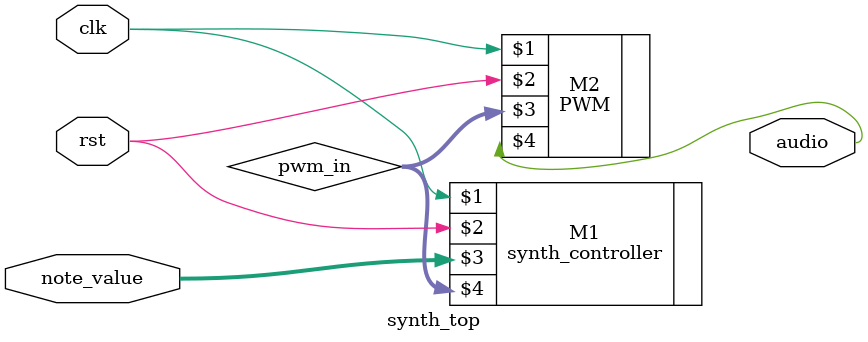
<source format=v>
`timescale 1ns / 1ps


module synth_top( input clk, input rst, input [9:0] note_value, output audio );

wire [7:0] pwm_in;
// module synth_controller(input clk, rst, input [9:0] value, output [7:0] pwm_value );
synth_controller M1(clk, rst, note_value, pwm_in);
// module PWM( input clk, rst, input [7:0] data, output pwm_out );
PWM M2(clk, rst, pwm_in, audio);

endmodule

</source>
